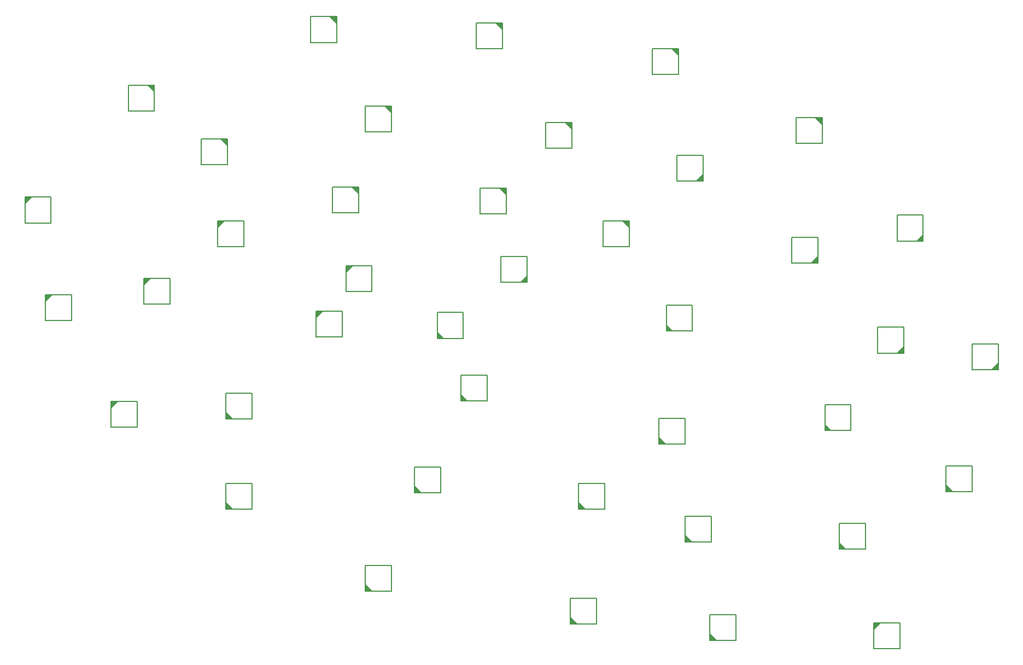
<source format=gbo>
G04 EAGLE Gerber RS-274X export*
G75*
%MOMM*%
%FSLAX34Y34*%
%LPD*%
%INSilkscreen Bottom*%
%IPPOS*%
%AMOC8*
5,1,8,0,0,1.08239X$1,22.5*%
G01*
%ADD10C,0.203200*%

G36*
X557760Y1239753D02*
X557760Y1239753D01*
X557849Y1239755D01*
X557871Y1239764D01*
X557894Y1239767D01*
X557974Y1239806D01*
X558056Y1239840D01*
X558074Y1239856D01*
X558095Y1239866D01*
X558156Y1239931D01*
X558222Y1239991D01*
X558233Y1240012D01*
X558249Y1240029D01*
X558284Y1240111D01*
X558325Y1240191D01*
X558328Y1240217D01*
X558337Y1240236D01*
X558339Y1240286D01*
X558352Y1240376D01*
X558352Y1250376D01*
X558341Y1250441D01*
X558339Y1250507D01*
X558321Y1250550D01*
X558313Y1250597D01*
X558279Y1250654D01*
X558254Y1250714D01*
X558223Y1250749D01*
X558198Y1250790D01*
X558147Y1250832D01*
X558103Y1250880D01*
X558061Y1250902D01*
X558024Y1250931D01*
X557962Y1250952D01*
X557903Y1250983D01*
X557849Y1250991D01*
X557812Y1251003D01*
X557772Y1251002D01*
X557718Y1251010D01*
X547718Y1251010D01*
X547630Y1250994D01*
X547542Y1250985D01*
X547521Y1250975D01*
X547497Y1250971D01*
X547420Y1250925D01*
X547341Y1250886D01*
X547324Y1250869D01*
X547304Y1250856D01*
X547248Y1250787D01*
X547187Y1250723D01*
X547178Y1250701D01*
X547163Y1250682D01*
X547134Y1250598D01*
X547099Y1250516D01*
X547098Y1250492D01*
X547091Y1250470D01*
X547093Y1250381D01*
X547089Y1250292D01*
X547097Y1250269D01*
X547097Y1250245D01*
X547131Y1250163D01*
X547158Y1250078D01*
X547174Y1250057D01*
X547182Y1250038D01*
X547216Y1250000D01*
X547270Y1249928D01*
X557270Y1239928D01*
X557343Y1239877D01*
X557412Y1239821D01*
X557434Y1239813D01*
X557454Y1239799D01*
X557540Y1239777D01*
X557624Y1239749D01*
X557648Y1239749D01*
X557671Y1239744D01*
X557760Y1239753D01*
G37*
G36*
X814300Y1230101D02*
X814300Y1230101D01*
X814389Y1230103D01*
X814411Y1230112D01*
X814434Y1230115D01*
X814514Y1230154D01*
X814596Y1230188D01*
X814614Y1230204D01*
X814635Y1230214D01*
X814696Y1230279D01*
X814762Y1230339D01*
X814773Y1230360D01*
X814789Y1230377D01*
X814824Y1230459D01*
X814865Y1230539D01*
X814868Y1230565D01*
X814877Y1230584D01*
X814879Y1230634D01*
X814892Y1230724D01*
X814892Y1240724D01*
X814881Y1240789D01*
X814879Y1240855D01*
X814861Y1240898D01*
X814853Y1240945D01*
X814819Y1241002D01*
X814794Y1241062D01*
X814763Y1241097D01*
X814738Y1241138D01*
X814687Y1241180D01*
X814643Y1241228D01*
X814601Y1241250D01*
X814564Y1241279D01*
X814502Y1241300D01*
X814443Y1241331D01*
X814389Y1241339D01*
X814352Y1241351D01*
X814312Y1241350D01*
X814258Y1241358D01*
X804258Y1241358D01*
X804170Y1241342D01*
X804082Y1241333D01*
X804061Y1241323D01*
X804037Y1241319D01*
X803960Y1241273D01*
X803881Y1241234D01*
X803864Y1241217D01*
X803844Y1241204D01*
X803788Y1241135D01*
X803727Y1241071D01*
X803718Y1241049D01*
X803703Y1241030D01*
X803674Y1240946D01*
X803639Y1240864D01*
X803638Y1240840D01*
X803631Y1240818D01*
X803633Y1240729D01*
X803629Y1240640D01*
X803637Y1240617D01*
X803637Y1240593D01*
X803671Y1240511D01*
X803698Y1240426D01*
X803714Y1240405D01*
X803722Y1240386D01*
X803756Y1240348D01*
X803810Y1240276D01*
X813810Y1230276D01*
X813883Y1230225D01*
X813952Y1230169D01*
X813974Y1230161D01*
X813994Y1230147D01*
X814080Y1230125D01*
X814164Y1230097D01*
X814188Y1230097D01*
X814211Y1230092D01*
X814300Y1230101D01*
G37*
G36*
X1086842Y1190477D02*
X1086842Y1190477D01*
X1086931Y1190479D01*
X1086953Y1190488D01*
X1086976Y1190491D01*
X1087056Y1190530D01*
X1087138Y1190564D01*
X1087156Y1190580D01*
X1087177Y1190590D01*
X1087238Y1190655D01*
X1087304Y1190715D01*
X1087315Y1190736D01*
X1087331Y1190753D01*
X1087366Y1190835D01*
X1087407Y1190915D01*
X1087410Y1190941D01*
X1087419Y1190960D01*
X1087421Y1191010D01*
X1087434Y1191100D01*
X1087434Y1201100D01*
X1087423Y1201165D01*
X1087421Y1201231D01*
X1087403Y1201274D01*
X1087395Y1201321D01*
X1087361Y1201378D01*
X1087336Y1201438D01*
X1087305Y1201473D01*
X1087280Y1201514D01*
X1087229Y1201556D01*
X1087185Y1201604D01*
X1087143Y1201626D01*
X1087106Y1201655D01*
X1087044Y1201676D01*
X1086985Y1201707D01*
X1086931Y1201715D01*
X1086894Y1201727D01*
X1086854Y1201726D01*
X1086800Y1201734D01*
X1076800Y1201734D01*
X1076712Y1201718D01*
X1076624Y1201709D01*
X1076603Y1201699D01*
X1076579Y1201695D01*
X1076502Y1201649D01*
X1076423Y1201610D01*
X1076406Y1201593D01*
X1076386Y1201580D01*
X1076330Y1201511D01*
X1076269Y1201447D01*
X1076260Y1201425D01*
X1076245Y1201406D01*
X1076216Y1201322D01*
X1076181Y1201240D01*
X1076180Y1201216D01*
X1076173Y1201194D01*
X1076175Y1201105D01*
X1076171Y1201016D01*
X1076179Y1200993D01*
X1076179Y1200969D01*
X1076213Y1200887D01*
X1076240Y1200802D01*
X1076256Y1200781D01*
X1076264Y1200762D01*
X1076298Y1200724D01*
X1076352Y1200652D01*
X1086352Y1190652D01*
X1086425Y1190601D01*
X1086494Y1190545D01*
X1086516Y1190537D01*
X1086536Y1190523D01*
X1086622Y1190501D01*
X1086706Y1190473D01*
X1086730Y1190473D01*
X1086753Y1190468D01*
X1086842Y1190477D01*
G37*
G36*
X275566Y1133581D02*
X275566Y1133581D01*
X275655Y1133583D01*
X275677Y1133592D01*
X275700Y1133595D01*
X275780Y1133634D01*
X275862Y1133668D01*
X275880Y1133684D01*
X275901Y1133694D01*
X275962Y1133759D01*
X276028Y1133819D01*
X276039Y1133840D01*
X276055Y1133857D01*
X276090Y1133939D01*
X276131Y1134019D01*
X276134Y1134045D01*
X276143Y1134064D01*
X276145Y1134114D01*
X276158Y1134204D01*
X276158Y1144204D01*
X276147Y1144269D01*
X276145Y1144335D01*
X276127Y1144378D01*
X276119Y1144425D01*
X276085Y1144482D01*
X276060Y1144542D01*
X276029Y1144577D01*
X276004Y1144618D01*
X275953Y1144660D01*
X275909Y1144708D01*
X275867Y1144730D01*
X275830Y1144759D01*
X275768Y1144780D01*
X275709Y1144811D01*
X275655Y1144819D01*
X275618Y1144831D01*
X275578Y1144830D01*
X275524Y1144838D01*
X265524Y1144838D01*
X265436Y1144822D01*
X265348Y1144813D01*
X265327Y1144803D01*
X265303Y1144799D01*
X265226Y1144753D01*
X265147Y1144714D01*
X265130Y1144697D01*
X265110Y1144684D01*
X265054Y1144615D01*
X264993Y1144551D01*
X264984Y1144529D01*
X264969Y1144510D01*
X264940Y1144426D01*
X264905Y1144344D01*
X264904Y1144320D01*
X264897Y1144298D01*
X264899Y1144209D01*
X264895Y1144120D01*
X264903Y1144097D01*
X264903Y1144073D01*
X264937Y1143991D01*
X264964Y1143906D01*
X264980Y1143885D01*
X264988Y1143866D01*
X265022Y1143828D01*
X265076Y1143756D01*
X275076Y1133756D01*
X275149Y1133705D01*
X275218Y1133649D01*
X275240Y1133641D01*
X275260Y1133627D01*
X275346Y1133605D01*
X275430Y1133577D01*
X275454Y1133577D01*
X275477Y1133572D01*
X275566Y1133581D01*
G37*
G36*
X642342Y1101577D02*
X642342Y1101577D01*
X642431Y1101579D01*
X642453Y1101588D01*
X642476Y1101591D01*
X642556Y1101630D01*
X642638Y1101664D01*
X642656Y1101680D01*
X642677Y1101690D01*
X642738Y1101755D01*
X642804Y1101815D01*
X642815Y1101836D01*
X642831Y1101853D01*
X642866Y1101935D01*
X642907Y1102015D01*
X642910Y1102041D01*
X642919Y1102060D01*
X642921Y1102110D01*
X642934Y1102200D01*
X642934Y1112200D01*
X642923Y1112265D01*
X642921Y1112331D01*
X642903Y1112374D01*
X642895Y1112421D01*
X642861Y1112478D01*
X642836Y1112538D01*
X642805Y1112573D01*
X642780Y1112614D01*
X642729Y1112656D01*
X642685Y1112704D01*
X642643Y1112726D01*
X642606Y1112755D01*
X642544Y1112776D01*
X642485Y1112807D01*
X642431Y1112815D01*
X642394Y1112827D01*
X642354Y1112826D01*
X642300Y1112834D01*
X632300Y1112834D01*
X632212Y1112818D01*
X632124Y1112809D01*
X632103Y1112799D01*
X632079Y1112795D01*
X632002Y1112749D01*
X631923Y1112710D01*
X631906Y1112693D01*
X631886Y1112680D01*
X631830Y1112611D01*
X631769Y1112547D01*
X631760Y1112525D01*
X631745Y1112506D01*
X631716Y1112422D01*
X631681Y1112340D01*
X631680Y1112316D01*
X631673Y1112294D01*
X631675Y1112205D01*
X631671Y1112116D01*
X631679Y1112093D01*
X631679Y1112069D01*
X631713Y1111987D01*
X631740Y1111902D01*
X631756Y1111881D01*
X631764Y1111862D01*
X631798Y1111824D01*
X631852Y1111752D01*
X641852Y1101752D01*
X641925Y1101701D01*
X641994Y1101645D01*
X642016Y1101637D01*
X642036Y1101623D01*
X642122Y1101601D01*
X642206Y1101573D01*
X642230Y1101573D01*
X642253Y1101568D01*
X642342Y1101577D01*
G37*
G36*
X1309600Y1083289D02*
X1309600Y1083289D01*
X1309689Y1083291D01*
X1309711Y1083300D01*
X1309734Y1083303D01*
X1309814Y1083342D01*
X1309896Y1083376D01*
X1309914Y1083392D01*
X1309935Y1083402D01*
X1309996Y1083467D01*
X1310062Y1083527D01*
X1310073Y1083548D01*
X1310089Y1083565D01*
X1310124Y1083647D01*
X1310165Y1083727D01*
X1310168Y1083753D01*
X1310177Y1083772D01*
X1310179Y1083822D01*
X1310192Y1083912D01*
X1310192Y1093912D01*
X1310181Y1093977D01*
X1310179Y1094043D01*
X1310161Y1094086D01*
X1310153Y1094133D01*
X1310119Y1094190D01*
X1310094Y1094250D01*
X1310063Y1094285D01*
X1310038Y1094326D01*
X1309987Y1094368D01*
X1309943Y1094416D01*
X1309901Y1094438D01*
X1309864Y1094467D01*
X1309802Y1094488D01*
X1309743Y1094519D01*
X1309689Y1094527D01*
X1309652Y1094539D01*
X1309612Y1094538D01*
X1309558Y1094546D01*
X1299558Y1094546D01*
X1299470Y1094530D01*
X1299382Y1094521D01*
X1299361Y1094511D01*
X1299337Y1094507D01*
X1299260Y1094461D01*
X1299181Y1094422D01*
X1299164Y1094405D01*
X1299144Y1094392D01*
X1299088Y1094323D01*
X1299027Y1094259D01*
X1299018Y1094237D01*
X1299003Y1094218D01*
X1298974Y1094134D01*
X1298939Y1094052D01*
X1298938Y1094028D01*
X1298931Y1094006D01*
X1298933Y1093917D01*
X1298929Y1093828D01*
X1298937Y1093805D01*
X1298937Y1093781D01*
X1298971Y1093699D01*
X1298998Y1093614D01*
X1299014Y1093593D01*
X1299022Y1093574D01*
X1299056Y1093536D01*
X1299110Y1093464D01*
X1309110Y1083464D01*
X1309183Y1083413D01*
X1309252Y1083357D01*
X1309274Y1083349D01*
X1309294Y1083335D01*
X1309380Y1083313D01*
X1309464Y1083285D01*
X1309488Y1083285D01*
X1309511Y1083280D01*
X1309600Y1083289D01*
G37*
G36*
X921742Y1076177D02*
X921742Y1076177D01*
X921831Y1076179D01*
X921853Y1076188D01*
X921876Y1076191D01*
X921956Y1076230D01*
X922038Y1076264D01*
X922056Y1076280D01*
X922077Y1076290D01*
X922138Y1076355D01*
X922204Y1076415D01*
X922215Y1076436D01*
X922231Y1076453D01*
X922266Y1076535D01*
X922307Y1076615D01*
X922310Y1076641D01*
X922319Y1076660D01*
X922321Y1076710D01*
X922334Y1076800D01*
X922334Y1086800D01*
X922323Y1086865D01*
X922321Y1086931D01*
X922303Y1086974D01*
X922295Y1087021D01*
X922261Y1087078D01*
X922236Y1087138D01*
X922205Y1087173D01*
X922180Y1087214D01*
X922129Y1087256D01*
X922085Y1087304D01*
X922043Y1087326D01*
X922006Y1087355D01*
X921944Y1087376D01*
X921885Y1087407D01*
X921831Y1087415D01*
X921794Y1087427D01*
X921754Y1087426D01*
X921700Y1087434D01*
X911700Y1087434D01*
X911612Y1087418D01*
X911524Y1087409D01*
X911503Y1087399D01*
X911479Y1087395D01*
X911402Y1087349D01*
X911323Y1087310D01*
X911306Y1087293D01*
X911286Y1087280D01*
X911230Y1087211D01*
X911169Y1087147D01*
X911160Y1087125D01*
X911145Y1087106D01*
X911116Y1087022D01*
X911081Y1086940D01*
X911080Y1086916D01*
X911073Y1086894D01*
X911075Y1086805D01*
X911071Y1086716D01*
X911079Y1086693D01*
X911079Y1086669D01*
X911113Y1086587D01*
X911140Y1086502D01*
X911156Y1086481D01*
X911164Y1086462D01*
X911198Y1086424D01*
X911252Y1086352D01*
X921252Y1076352D01*
X921325Y1076301D01*
X921394Y1076245D01*
X921416Y1076237D01*
X921436Y1076223D01*
X921522Y1076201D01*
X921606Y1076173D01*
X921630Y1076173D01*
X921653Y1076168D01*
X921742Y1076177D01*
G37*
G36*
X388342Y1050777D02*
X388342Y1050777D01*
X388431Y1050779D01*
X388453Y1050788D01*
X388476Y1050791D01*
X388556Y1050830D01*
X388638Y1050864D01*
X388656Y1050880D01*
X388677Y1050890D01*
X388738Y1050955D01*
X388804Y1051015D01*
X388815Y1051036D01*
X388831Y1051053D01*
X388866Y1051135D01*
X388907Y1051215D01*
X388910Y1051241D01*
X388919Y1051260D01*
X388921Y1051310D01*
X388934Y1051400D01*
X388934Y1061400D01*
X388923Y1061465D01*
X388921Y1061531D01*
X388903Y1061574D01*
X388895Y1061621D01*
X388861Y1061678D01*
X388836Y1061738D01*
X388805Y1061773D01*
X388780Y1061814D01*
X388729Y1061856D01*
X388685Y1061904D01*
X388643Y1061926D01*
X388606Y1061955D01*
X388544Y1061976D01*
X388485Y1062007D01*
X388431Y1062015D01*
X388394Y1062027D01*
X388354Y1062026D01*
X388300Y1062034D01*
X378300Y1062034D01*
X378212Y1062018D01*
X378124Y1062009D01*
X378103Y1061999D01*
X378079Y1061995D01*
X378002Y1061949D01*
X377923Y1061910D01*
X377906Y1061893D01*
X377886Y1061880D01*
X377830Y1061811D01*
X377769Y1061747D01*
X377760Y1061725D01*
X377745Y1061706D01*
X377716Y1061622D01*
X377681Y1061540D01*
X377680Y1061516D01*
X377673Y1061494D01*
X377675Y1061405D01*
X377671Y1061316D01*
X377679Y1061293D01*
X377679Y1061269D01*
X377713Y1061187D01*
X377740Y1061102D01*
X377756Y1061081D01*
X377764Y1061062D01*
X377798Y1061024D01*
X377852Y1060952D01*
X387852Y1050952D01*
X387925Y1050901D01*
X387994Y1050845D01*
X388016Y1050837D01*
X388036Y1050823D01*
X388122Y1050801D01*
X388206Y1050773D01*
X388230Y1050773D01*
X388253Y1050768D01*
X388342Y1050777D01*
G37*
G36*
X1124965Y995377D02*
X1124965Y995377D01*
X1125031Y995379D01*
X1125074Y995397D01*
X1125121Y995405D01*
X1125178Y995439D01*
X1125238Y995464D01*
X1125273Y995495D01*
X1125314Y995520D01*
X1125356Y995571D01*
X1125404Y995615D01*
X1125426Y995657D01*
X1125455Y995694D01*
X1125476Y995756D01*
X1125507Y995815D01*
X1125515Y995869D01*
X1125527Y995906D01*
X1125526Y995946D01*
X1125534Y996000D01*
X1125534Y1006000D01*
X1125518Y1006088D01*
X1125509Y1006176D01*
X1125499Y1006197D01*
X1125495Y1006221D01*
X1125449Y1006298D01*
X1125410Y1006377D01*
X1125393Y1006394D01*
X1125380Y1006414D01*
X1125311Y1006470D01*
X1125247Y1006531D01*
X1125225Y1006540D01*
X1125206Y1006555D01*
X1125122Y1006584D01*
X1125040Y1006619D01*
X1125016Y1006620D01*
X1124994Y1006627D01*
X1124905Y1006625D01*
X1124816Y1006629D01*
X1124793Y1006621D01*
X1124769Y1006621D01*
X1124687Y1006587D01*
X1124602Y1006560D01*
X1124581Y1006544D01*
X1124562Y1006536D01*
X1124524Y1006502D01*
X1124452Y1006448D01*
X1114452Y996448D01*
X1114401Y996375D01*
X1114345Y996306D01*
X1114337Y996284D01*
X1114323Y996264D01*
X1114301Y996178D01*
X1114273Y996094D01*
X1114273Y996070D01*
X1114268Y996047D01*
X1114277Y995958D01*
X1114279Y995869D01*
X1114288Y995847D01*
X1114291Y995824D01*
X1114330Y995744D01*
X1114364Y995662D01*
X1114380Y995644D01*
X1114390Y995623D01*
X1114455Y995562D01*
X1114515Y995496D01*
X1114536Y995485D01*
X1114553Y995469D01*
X1114635Y995434D01*
X1114715Y995393D01*
X1114741Y995390D01*
X1114760Y995381D01*
X1114810Y995379D01*
X1114900Y995366D01*
X1124900Y995366D01*
X1124965Y995377D01*
G37*
G36*
X591542Y975847D02*
X591542Y975847D01*
X591631Y975849D01*
X591653Y975858D01*
X591676Y975861D01*
X591756Y975900D01*
X591838Y975934D01*
X591856Y975950D01*
X591877Y975960D01*
X591938Y976025D01*
X592004Y976085D01*
X592015Y976106D01*
X592031Y976123D01*
X592066Y976205D01*
X592107Y976285D01*
X592110Y976311D01*
X592119Y976330D01*
X592121Y976380D01*
X592134Y976470D01*
X592134Y986470D01*
X592123Y986535D01*
X592121Y986601D01*
X592103Y986644D01*
X592095Y986691D01*
X592061Y986748D01*
X592036Y986808D01*
X592005Y986843D01*
X591980Y986884D01*
X591929Y986926D01*
X591885Y986974D01*
X591843Y986996D01*
X591806Y987025D01*
X591744Y987046D01*
X591685Y987077D01*
X591631Y987085D01*
X591594Y987097D01*
X591554Y987096D01*
X591500Y987104D01*
X581500Y987104D01*
X581412Y987088D01*
X581324Y987079D01*
X581303Y987069D01*
X581279Y987065D01*
X581202Y987019D01*
X581123Y986980D01*
X581106Y986963D01*
X581086Y986950D01*
X581030Y986881D01*
X580969Y986817D01*
X580960Y986795D01*
X580945Y986776D01*
X580916Y986692D01*
X580881Y986610D01*
X580880Y986586D01*
X580873Y986564D01*
X580875Y986475D01*
X580871Y986386D01*
X580879Y986363D01*
X580879Y986339D01*
X580913Y986257D01*
X580940Y986172D01*
X580956Y986151D01*
X580964Y986132D01*
X580998Y986094D01*
X581052Y986022D01*
X591052Y976022D01*
X591125Y975971D01*
X591194Y975915D01*
X591216Y975907D01*
X591236Y975893D01*
X591322Y975871D01*
X591406Y975843D01*
X591430Y975843D01*
X591453Y975838D01*
X591542Y975847D01*
G37*
G36*
X820142Y974577D02*
X820142Y974577D01*
X820231Y974579D01*
X820253Y974588D01*
X820276Y974591D01*
X820356Y974630D01*
X820438Y974664D01*
X820456Y974680D01*
X820477Y974690D01*
X820538Y974755D01*
X820604Y974815D01*
X820615Y974836D01*
X820631Y974853D01*
X820666Y974935D01*
X820707Y975015D01*
X820710Y975041D01*
X820719Y975060D01*
X820721Y975110D01*
X820734Y975200D01*
X820734Y985200D01*
X820723Y985265D01*
X820721Y985331D01*
X820703Y985374D01*
X820695Y985421D01*
X820661Y985478D01*
X820636Y985538D01*
X820605Y985573D01*
X820580Y985614D01*
X820529Y985656D01*
X820485Y985704D01*
X820443Y985726D01*
X820406Y985755D01*
X820344Y985776D01*
X820285Y985807D01*
X820231Y985815D01*
X820194Y985827D01*
X820154Y985826D01*
X820100Y985834D01*
X810100Y985834D01*
X810012Y985818D01*
X809924Y985809D01*
X809903Y985799D01*
X809879Y985795D01*
X809802Y985749D01*
X809723Y985710D01*
X809706Y985693D01*
X809686Y985680D01*
X809630Y985611D01*
X809569Y985547D01*
X809560Y985525D01*
X809545Y985506D01*
X809516Y985422D01*
X809481Y985340D01*
X809480Y985316D01*
X809473Y985294D01*
X809475Y985205D01*
X809471Y985116D01*
X809479Y985093D01*
X809479Y985069D01*
X809513Y984987D01*
X809540Y984902D01*
X809556Y984881D01*
X809564Y984862D01*
X809598Y984824D01*
X809652Y984752D01*
X819652Y974752D01*
X819725Y974701D01*
X819794Y974645D01*
X819816Y974637D01*
X819836Y974623D01*
X819922Y974601D01*
X820006Y974573D01*
X820030Y974573D01*
X820053Y974568D01*
X820142Y974577D01*
G37*
G36*
X75357Y960355D02*
X75357Y960355D01*
X75381Y960355D01*
X75463Y960389D01*
X75548Y960416D01*
X75569Y960432D01*
X75588Y960440D01*
X75626Y960474D01*
X75698Y960528D01*
X85698Y970528D01*
X85749Y970601D01*
X85805Y970670D01*
X85813Y970692D01*
X85827Y970712D01*
X85849Y970798D01*
X85877Y970882D01*
X85877Y970906D01*
X85883Y970929D01*
X85873Y971018D01*
X85871Y971107D01*
X85862Y971129D01*
X85859Y971152D01*
X85820Y971232D01*
X85786Y971314D01*
X85770Y971332D01*
X85760Y971353D01*
X85695Y971414D01*
X85635Y971480D01*
X85614Y971491D01*
X85597Y971507D01*
X85515Y971542D01*
X85435Y971583D01*
X85409Y971586D01*
X85390Y971595D01*
X85340Y971597D01*
X85250Y971610D01*
X75250Y971610D01*
X75185Y971599D01*
X75119Y971597D01*
X75076Y971579D01*
X75029Y971571D01*
X74972Y971537D01*
X74912Y971512D01*
X74877Y971481D01*
X74836Y971456D01*
X74795Y971405D01*
X74746Y971361D01*
X74724Y971319D01*
X74695Y971282D01*
X74674Y971220D01*
X74643Y971161D01*
X74635Y971107D01*
X74623Y971070D01*
X74624Y971030D01*
X74616Y970976D01*
X74616Y960976D01*
X74632Y960888D01*
X74641Y960800D01*
X74651Y960779D01*
X74655Y960755D01*
X74701Y960678D01*
X74740Y960599D01*
X74757Y960582D01*
X74770Y960562D01*
X74839Y960506D01*
X74903Y960445D01*
X74925Y960436D01*
X74944Y960421D01*
X75028Y960392D01*
X75110Y960357D01*
X75134Y960356D01*
X75156Y960349D01*
X75245Y960351D01*
X75334Y960347D01*
X75357Y960355D01*
G37*
G36*
X373807Y923779D02*
X373807Y923779D01*
X373831Y923779D01*
X373913Y923813D01*
X373998Y923840D01*
X374019Y923856D01*
X374038Y923864D01*
X374076Y923898D01*
X374148Y923952D01*
X384148Y933952D01*
X384199Y934025D01*
X384255Y934094D01*
X384263Y934116D01*
X384277Y934136D01*
X384299Y934222D01*
X384327Y934306D01*
X384327Y934330D01*
X384333Y934353D01*
X384323Y934442D01*
X384321Y934531D01*
X384312Y934553D01*
X384309Y934576D01*
X384270Y934656D01*
X384236Y934738D01*
X384220Y934756D01*
X384210Y934777D01*
X384145Y934838D01*
X384085Y934904D01*
X384064Y934915D01*
X384047Y934931D01*
X383965Y934966D01*
X383885Y935007D01*
X383859Y935010D01*
X383840Y935019D01*
X383790Y935021D01*
X383700Y935034D01*
X373700Y935034D01*
X373635Y935023D01*
X373569Y935021D01*
X373526Y935003D01*
X373479Y934995D01*
X373422Y934961D01*
X373362Y934936D01*
X373327Y934905D01*
X373286Y934880D01*
X373245Y934829D01*
X373196Y934785D01*
X373174Y934743D01*
X373145Y934706D01*
X373124Y934644D01*
X373093Y934585D01*
X373085Y934531D01*
X373073Y934494D01*
X373074Y934454D01*
X373066Y934400D01*
X373066Y924400D01*
X373082Y924312D01*
X373091Y924224D01*
X373101Y924203D01*
X373105Y924179D01*
X373151Y924102D01*
X373190Y924023D01*
X373207Y924006D01*
X373220Y923986D01*
X373289Y923930D01*
X373353Y923869D01*
X373375Y923860D01*
X373394Y923845D01*
X373478Y923816D01*
X373560Y923781D01*
X373584Y923780D01*
X373606Y923773D01*
X373695Y923775D01*
X373784Y923771D01*
X373807Y923779D01*
G37*
G36*
X1010642Y923777D02*
X1010642Y923777D01*
X1010731Y923779D01*
X1010753Y923788D01*
X1010776Y923791D01*
X1010856Y923830D01*
X1010938Y923864D01*
X1010956Y923880D01*
X1010977Y923890D01*
X1011038Y923955D01*
X1011104Y924015D01*
X1011115Y924036D01*
X1011131Y924053D01*
X1011166Y924135D01*
X1011207Y924215D01*
X1011210Y924241D01*
X1011219Y924260D01*
X1011221Y924310D01*
X1011234Y924400D01*
X1011234Y934400D01*
X1011223Y934465D01*
X1011221Y934531D01*
X1011203Y934574D01*
X1011195Y934621D01*
X1011161Y934678D01*
X1011136Y934738D01*
X1011105Y934773D01*
X1011080Y934814D01*
X1011029Y934856D01*
X1010985Y934904D01*
X1010943Y934926D01*
X1010906Y934955D01*
X1010844Y934976D01*
X1010785Y935007D01*
X1010731Y935015D01*
X1010694Y935027D01*
X1010654Y935026D01*
X1010600Y935034D01*
X1000600Y935034D01*
X1000512Y935018D01*
X1000424Y935009D01*
X1000403Y934999D01*
X1000379Y934995D01*
X1000302Y934949D01*
X1000223Y934910D01*
X1000206Y934893D01*
X1000186Y934880D01*
X1000130Y934811D01*
X1000069Y934747D01*
X1000060Y934725D01*
X1000045Y934706D01*
X1000016Y934622D01*
X999981Y934540D01*
X999980Y934516D01*
X999973Y934494D01*
X999975Y934405D01*
X999971Y934316D01*
X999979Y934293D01*
X999979Y934269D01*
X1000013Y934187D01*
X1000040Y934102D01*
X1000056Y934081D01*
X1000064Y934062D01*
X1000098Y934024D01*
X1000152Y933952D01*
X1010152Y923952D01*
X1010225Y923901D01*
X1010294Y923845D01*
X1010316Y923837D01*
X1010336Y923823D01*
X1010422Y923801D01*
X1010506Y923773D01*
X1010530Y923773D01*
X1010553Y923768D01*
X1010642Y923777D01*
G37*
G36*
X1466087Y902413D02*
X1466087Y902413D01*
X1466153Y902415D01*
X1466196Y902433D01*
X1466243Y902441D01*
X1466300Y902475D01*
X1466360Y902500D01*
X1466395Y902531D01*
X1466436Y902556D01*
X1466478Y902607D01*
X1466526Y902651D01*
X1466548Y902693D01*
X1466577Y902730D01*
X1466598Y902792D01*
X1466629Y902851D01*
X1466637Y902905D01*
X1466649Y902942D01*
X1466648Y902982D01*
X1466656Y903036D01*
X1466656Y913036D01*
X1466640Y913124D01*
X1466631Y913212D01*
X1466621Y913233D01*
X1466617Y913257D01*
X1466571Y913334D01*
X1466532Y913413D01*
X1466515Y913430D01*
X1466502Y913450D01*
X1466433Y913506D01*
X1466369Y913567D01*
X1466347Y913576D01*
X1466328Y913591D01*
X1466244Y913620D01*
X1466162Y913655D01*
X1466138Y913656D01*
X1466116Y913663D01*
X1466027Y913661D01*
X1465938Y913665D01*
X1465915Y913657D01*
X1465891Y913657D01*
X1465809Y913623D01*
X1465724Y913596D01*
X1465703Y913580D01*
X1465684Y913572D01*
X1465646Y913538D01*
X1465574Y913484D01*
X1455574Y903484D01*
X1455523Y903411D01*
X1455467Y903342D01*
X1455459Y903320D01*
X1455445Y903300D01*
X1455423Y903214D01*
X1455395Y903130D01*
X1455395Y903106D01*
X1455390Y903083D01*
X1455399Y902994D01*
X1455401Y902905D01*
X1455410Y902883D01*
X1455413Y902860D01*
X1455452Y902780D01*
X1455486Y902698D01*
X1455502Y902680D01*
X1455512Y902659D01*
X1455577Y902598D01*
X1455637Y902532D01*
X1455658Y902521D01*
X1455675Y902505D01*
X1455757Y902470D01*
X1455837Y902429D01*
X1455863Y902426D01*
X1455882Y902417D01*
X1455932Y902415D01*
X1456022Y902402D01*
X1466022Y902402D01*
X1466087Y902413D01*
G37*
G36*
X1302765Y868377D02*
X1302765Y868377D01*
X1302831Y868379D01*
X1302874Y868397D01*
X1302921Y868405D01*
X1302978Y868439D01*
X1303038Y868464D01*
X1303073Y868495D01*
X1303114Y868520D01*
X1303156Y868571D01*
X1303204Y868615D01*
X1303226Y868657D01*
X1303255Y868694D01*
X1303276Y868756D01*
X1303307Y868815D01*
X1303315Y868869D01*
X1303327Y868906D01*
X1303326Y868946D01*
X1303334Y869000D01*
X1303334Y879000D01*
X1303318Y879088D01*
X1303309Y879176D01*
X1303299Y879197D01*
X1303295Y879221D01*
X1303249Y879298D01*
X1303210Y879377D01*
X1303193Y879394D01*
X1303180Y879414D01*
X1303111Y879470D01*
X1303047Y879531D01*
X1303025Y879540D01*
X1303006Y879555D01*
X1302922Y879584D01*
X1302840Y879619D01*
X1302816Y879620D01*
X1302794Y879627D01*
X1302705Y879625D01*
X1302616Y879629D01*
X1302593Y879621D01*
X1302569Y879621D01*
X1302487Y879587D01*
X1302402Y879560D01*
X1302381Y879544D01*
X1302362Y879536D01*
X1302324Y879502D01*
X1302252Y879448D01*
X1292252Y869448D01*
X1292201Y869375D01*
X1292145Y869306D01*
X1292137Y869284D01*
X1292123Y869264D01*
X1292101Y869178D01*
X1292073Y869094D01*
X1292073Y869070D01*
X1292068Y869047D01*
X1292077Y868958D01*
X1292079Y868869D01*
X1292088Y868847D01*
X1292091Y868824D01*
X1292130Y868744D01*
X1292164Y868662D01*
X1292180Y868644D01*
X1292190Y868623D01*
X1292255Y868562D01*
X1292315Y868496D01*
X1292336Y868485D01*
X1292353Y868469D01*
X1292435Y868434D01*
X1292515Y868393D01*
X1292541Y868390D01*
X1292560Y868381D01*
X1292610Y868379D01*
X1292700Y868366D01*
X1302700Y868366D01*
X1302765Y868377D01*
G37*
G36*
X572689Y853929D02*
X572689Y853929D01*
X572713Y853929D01*
X572795Y853963D01*
X572880Y853990D01*
X572901Y854006D01*
X572920Y854014D01*
X572958Y854048D01*
X573030Y854102D01*
X583030Y864102D01*
X583081Y864175D01*
X583137Y864244D01*
X583145Y864266D01*
X583159Y864286D01*
X583181Y864372D01*
X583209Y864456D01*
X583209Y864480D01*
X583215Y864503D01*
X583205Y864592D01*
X583203Y864681D01*
X583194Y864703D01*
X583191Y864726D01*
X583152Y864806D01*
X583118Y864888D01*
X583102Y864906D01*
X583092Y864927D01*
X583027Y864988D01*
X582967Y865054D01*
X582946Y865065D01*
X582929Y865081D01*
X582847Y865116D01*
X582767Y865157D01*
X582741Y865160D01*
X582722Y865169D01*
X582672Y865171D01*
X582582Y865184D01*
X572582Y865184D01*
X572517Y865173D01*
X572451Y865171D01*
X572408Y865153D01*
X572361Y865145D01*
X572304Y865111D01*
X572244Y865086D01*
X572209Y865055D01*
X572168Y865030D01*
X572127Y864979D01*
X572078Y864935D01*
X572056Y864893D01*
X572027Y864856D01*
X572006Y864794D01*
X571975Y864735D01*
X571967Y864681D01*
X571955Y864644D01*
X571956Y864604D01*
X571948Y864550D01*
X571948Y854550D01*
X571964Y854462D01*
X571973Y854374D01*
X571983Y854353D01*
X571987Y854329D01*
X572033Y854252D01*
X572072Y854173D01*
X572089Y854156D01*
X572102Y854136D01*
X572171Y854080D01*
X572235Y854019D01*
X572257Y854010D01*
X572276Y853995D01*
X572360Y853966D01*
X572442Y853931D01*
X572466Y853930D01*
X572488Y853923D01*
X572577Y853925D01*
X572666Y853921D01*
X572689Y853929D01*
G37*
G36*
X852423Y838405D02*
X852423Y838405D01*
X852489Y838407D01*
X852532Y838425D01*
X852579Y838433D01*
X852636Y838467D01*
X852696Y838492D01*
X852731Y838523D01*
X852772Y838548D01*
X852814Y838599D01*
X852862Y838643D01*
X852884Y838685D01*
X852913Y838722D01*
X852934Y838784D01*
X852965Y838843D01*
X852973Y838897D01*
X852985Y838934D01*
X852984Y838974D01*
X852992Y839028D01*
X852992Y849028D01*
X852976Y849116D01*
X852967Y849204D01*
X852957Y849225D01*
X852953Y849249D01*
X852907Y849326D01*
X852868Y849405D01*
X852851Y849422D01*
X852838Y849442D01*
X852769Y849498D01*
X852705Y849559D01*
X852683Y849568D01*
X852664Y849583D01*
X852580Y849612D01*
X852498Y849647D01*
X852474Y849648D01*
X852452Y849655D01*
X852363Y849653D01*
X852274Y849657D01*
X852251Y849649D01*
X852227Y849649D01*
X852145Y849615D01*
X852060Y849588D01*
X852039Y849572D01*
X852020Y849564D01*
X851982Y849530D01*
X851910Y849476D01*
X841910Y839476D01*
X841859Y839403D01*
X841803Y839334D01*
X841795Y839312D01*
X841781Y839292D01*
X841759Y839206D01*
X841731Y839122D01*
X841731Y839098D01*
X841726Y839075D01*
X841735Y838986D01*
X841737Y838897D01*
X841746Y838875D01*
X841749Y838852D01*
X841788Y838772D01*
X841822Y838690D01*
X841838Y838672D01*
X841848Y838651D01*
X841913Y838590D01*
X841973Y838524D01*
X841994Y838513D01*
X842011Y838497D01*
X842093Y838462D01*
X842173Y838421D01*
X842199Y838418D01*
X842218Y838409D01*
X842268Y838407D01*
X842358Y838394D01*
X852358Y838394D01*
X852423Y838405D01*
G37*
G36*
X259507Y834879D02*
X259507Y834879D01*
X259531Y834879D01*
X259613Y834913D01*
X259698Y834940D01*
X259719Y834956D01*
X259738Y834964D01*
X259776Y834998D01*
X259848Y835052D01*
X269848Y845052D01*
X269899Y845125D01*
X269955Y845194D01*
X269963Y845216D01*
X269977Y845236D01*
X269999Y845322D01*
X270027Y845406D01*
X270027Y845430D01*
X270033Y845453D01*
X270023Y845542D01*
X270021Y845631D01*
X270012Y845653D01*
X270009Y845676D01*
X269970Y845756D01*
X269936Y845838D01*
X269920Y845856D01*
X269910Y845877D01*
X269845Y845938D01*
X269785Y846004D01*
X269764Y846015D01*
X269747Y846031D01*
X269665Y846066D01*
X269585Y846107D01*
X269559Y846110D01*
X269540Y846119D01*
X269490Y846121D01*
X269400Y846134D01*
X259400Y846134D01*
X259335Y846123D01*
X259269Y846121D01*
X259226Y846103D01*
X259179Y846095D01*
X259122Y846061D01*
X259062Y846036D01*
X259027Y846005D01*
X258986Y845980D01*
X258945Y845929D01*
X258896Y845885D01*
X258874Y845843D01*
X258845Y845806D01*
X258824Y845744D01*
X258793Y845685D01*
X258785Y845631D01*
X258773Y845594D01*
X258774Y845554D01*
X258766Y845500D01*
X258766Y835500D01*
X258782Y835412D01*
X258791Y835324D01*
X258801Y835303D01*
X258805Y835279D01*
X258851Y835202D01*
X258890Y835123D01*
X258907Y835106D01*
X258920Y835086D01*
X258989Y835030D01*
X259053Y834969D01*
X259075Y834960D01*
X259094Y834945D01*
X259178Y834916D01*
X259260Y834881D01*
X259284Y834880D01*
X259306Y834873D01*
X259395Y834875D01*
X259484Y834871D01*
X259507Y834879D01*
G37*
G36*
X107107Y809479D02*
X107107Y809479D01*
X107131Y809479D01*
X107213Y809513D01*
X107298Y809540D01*
X107319Y809556D01*
X107338Y809564D01*
X107376Y809598D01*
X107448Y809652D01*
X117448Y819652D01*
X117499Y819725D01*
X117555Y819794D01*
X117563Y819816D01*
X117577Y819836D01*
X117599Y819922D01*
X117627Y820006D01*
X117627Y820030D01*
X117633Y820053D01*
X117623Y820142D01*
X117621Y820231D01*
X117612Y820253D01*
X117609Y820276D01*
X117570Y820356D01*
X117536Y820438D01*
X117520Y820456D01*
X117510Y820477D01*
X117445Y820538D01*
X117385Y820604D01*
X117364Y820615D01*
X117347Y820631D01*
X117265Y820666D01*
X117185Y820707D01*
X117159Y820710D01*
X117140Y820719D01*
X117090Y820721D01*
X117000Y820734D01*
X107000Y820734D01*
X106935Y820723D01*
X106869Y820721D01*
X106826Y820703D01*
X106779Y820695D01*
X106722Y820661D01*
X106662Y820636D01*
X106627Y820605D01*
X106586Y820580D01*
X106545Y820529D01*
X106496Y820485D01*
X106474Y820443D01*
X106445Y820406D01*
X106424Y820344D01*
X106393Y820285D01*
X106385Y820231D01*
X106373Y820194D01*
X106374Y820154D01*
X106366Y820100D01*
X106366Y810100D01*
X106382Y810012D01*
X106391Y809924D01*
X106401Y809903D01*
X106405Y809879D01*
X106451Y809802D01*
X106490Y809723D01*
X106507Y809706D01*
X106520Y809686D01*
X106589Y809630D01*
X106653Y809569D01*
X106675Y809560D01*
X106694Y809545D01*
X106778Y809516D01*
X106860Y809481D01*
X106884Y809480D01*
X106906Y809473D01*
X106995Y809475D01*
X107084Y809471D01*
X107107Y809479D01*
G37*
G36*
X526207Y784079D02*
X526207Y784079D01*
X526231Y784079D01*
X526313Y784113D01*
X526398Y784140D01*
X526419Y784156D01*
X526438Y784164D01*
X526476Y784198D01*
X526548Y784252D01*
X536548Y794252D01*
X536599Y794325D01*
X536655Y794394D01*
X536663Y794416D01*
X536677Y794436D01*
X536699Y794522D01*
X536727Y794606D01*
X536727Y794630D01*
X536733Y794653D01*
X536723Y794742D01*
X536721Y794831D01*
X536712Y794853D01*
X536709Y794876D01*
X536670Y794956D01*
X536636Y795038D01*
X536620Y795056D01*
X536610Y795077D01*
X536545Y795138D01*
X536485Y795204D01*
X536464Y795215D01*
X536447Y795231D01*
X536365Y795266D01*
X536285Y795307D01*
X536259Y795310D01*
X536240Y795319D01*
X536190Y795321D01*
X536100Y795334D01*
X526100Y795334D01*
X526035Y795323D01*
X525969Y795321D01*
X525926Y795303D01*
X525879Y795295D01*
X525822Y795261D01*
X525762Y795236D01*
X525727Y795205D01*
X525686Y795180D01*
X525645Y795129D01*
X525596Y795085D01*
X525574Y795043D01*
X525545Y795006D01*
X525524Y794944D01*
X525493Y794885D01*
X525485Y794831D01*
X525473Y794794D01*
X525474Y794754D01*
X525466Y794700D01*
X525466Y784700D01*
X525482Y784612D01*
X525491Y784524D01*
X525501Y784503D01*
X525505Y784479D01*
X525551Y784402D01*
X525590Y784323D01*
X525607Y784306D01*
X525620Y784286D01*
X525689Y784230D01*
X525753Y784169D01*
X525775Y784160D01*
X525794Y784145D01*
X525878Y784116D01*
X525960Y784081D01*
X525984Y784080D01*
X526006Y784073D01*
X526095Y784075D01*
X526184Y784071D01*
X526207Y784079D01*
G37*
G36*
X1078478Y762972D02*
X1078478Y762972D01*
X1078566Y762981D01*
X1078587Y762991D01*
X1078611Y762995D01*
X1078688Y763041D01*
X1078767Y763080D01*
X1078784Y763097D01*
X1078804Y763110D01*
X1078860Y763179D01*
X1078921Y763243D01*
X1078930Y763265D01*
X1078945Y763284D01*
X1078974Y763368D01*
X1079009Y763450D01*
X1079010Y763474D01*
X1079017Y763496D01*
X1079015Y763585D01*
X1079019Y763674D01*
X1079011Y763697D01*
X1079011Y763721D01*
X1078977Y763803D01*
X1078950Y763888D01*
X1078934Y763909D01*
X1078926Y763928D01*
X1078892Y763966D01*
X1078838Y764038D01*
X1068838Y774038D01*
X1068765Y774089D01*
X1068696Y774145D01*
X1068674Y774153D01*
X1068654Y774167D01*
X1068568Y774189D01*
X1068484Y774217D01*
X1068460Y774217D01*
X1068437Y774223D01*
X1068348Y774213D01*
X1068259Y774211D01*
X1068237Y774202D01*
X1068214Y774199D01*
X1068134Y774160D01*
X1068052Y774126D01*
X1068034Y774110D01*
X1068013Y774100D01*
X1067952Y774035D01*
X1067886Y773975D01*
X1067875Y773954D01*
X1067859Y773937D01*
X1067824Y773855D01*
X1067783Y773775D01*
X1067780Y773749D01*
X1067771Y773730D01*
X1067769Y773680D01*
X1067756Y773590D01*
X1067756Y763590D01*
X1067767Y763525D01*
X1067769Y763459D01*
X1067787Y763416D01*
X1067795Y763369D01*
X1067829Y763312D01*
X1067854Y763252D01*
X1067885Y763217D01*
X1067910Y763176D01*
X1067961Y763135D01*
X1068005Y763086D01*
X1068047Y763064D01*
X1068084Y763035D01*
X1068146Y763014D01*
X1068205Y762983D01*
X1068259Y762975D01*
X1068296Y762963D01*
X1068336Y762964D01*
X1068390Y762956D01*
X1078390Y762956D01*
X1078478Y762972D01*
G37*
G36*
X723894Y751796D02*
X723894Y751796D01*
X723982Y751805D01*
X724003Y751815D01*
X724027Y751819D01*
X724104Y751865D01*
X724183Y751904D01*
X724200Y751921D01*
X724220Y751934D01*
X724276Y752003D01*
X724337Y752067D01*
X724346Y752089D01*
X724361Y752108D01*
X724390Y752192D01*
X724425Y752274D01*
X724426Y752298D01*
X724433Y752320D01*
X724431Y752409D01*
X724435Y752498D01*
X724427Y752521D01*
X724427Y752545D01*
X724393Y752627D01*
X724366Y752712D01*
X724350Y752733D01*
X724342Y752752D01*
X724308Y752790D01*
X724254Y752862D01*
X714254Y762862D01*
X714181Y762913D01*
X714112Y762969D01*
X714090Y762977D01*
X714070Y762991D01*
X713984Y763013D01*
X713900Y763041D01*
X713876Y763041D01*
X713853Y763047D01*
X713764Y763037D01*
X713675Y763035D01*
X713653Y763026D01*
X713630Y763023D01*
X713550Y762984D01*
X713468Y762950D01*
X713450Y762934D01*
X713429Y762924D01*
X713368Y762859D01*
X713302Y762799D01*
X713291Y762778D01*
X713275Y762761D01*
X713240Y762679D01*
X713199Y762599D01*
X713196Y762573D01*
X713187Y762554D01*
X713185Y762504D01*
X713172Y762414D01*
X713172Y752414D01*
X713183Y752349D01*
X713185Y752283D01*
X713203Y752240D01*
X713211Y752193D01*
X713245Y752136D01*
X713270Y752076D01*
X713301Y752041D01*
X713326Y752000D01*
X713377Y751959D01*
X713421Y751910D01*
X713463Y751888D01*
X713500Y751859D01*
X713562Y751838D01*
X713621Y751807D01*
X713675Y751799D01*
X713712Y751787D01*
X713752Y751788D01*
X713806Y751780D01*
X723806Y751780D01*
X723894Y751796D01*
G37*
G36*
X1435861Y728931D02*
X1435861Y728931D01*
X1435927Y728933D01*
X1435970Y728951D01*
X1436017Y728959D01*
X1436074Y728993D01*
X1436134Y729018D01*
X1436169Y729049D01*
X1436210Y729074D01*
X1436252Y729125D01*
X1436300Y729169D01*
X1436322Y729211D01*
X1436351Y729248D01*
X1436372Y729310D01*
X1436403Y729369D01*
X1436411Y729423D01*
X1436423Y729460D01*
X1436422Y729500D01*
X1436430Y729554D01*
X1436430Y739554D01*
X1436414Y739642D01*
X1436405Y739730D01*
X1436395Y739751D01*
X1436391Y739775D01*
X1436345Y739852D01*
X1436306Y739931D01*
X1436289Y739948D01*
X1436276Y739968D01*
X1436207Y740024D01*
X1436143Y740085D01*
X1436121Y740094D01*
X1436102Y740109D01*
X1436018Y740138D01*
X1435936Y740173D01*
X1435912Y740174D01*
X1435890Y740181D01*
X1435801Y740179D01*
X1435712Y740183D01*
X1435689Y740175D01*
X1435665Y740175D01*
X1435583Y740141D01*
X1435498Y740114D01*
X1435477Y740098D01*
X1435458Y740090D01*
X1435420Y740056D01*
X1435348Y740002D01*
X1425348Y730002D01*
X1425297Y729929D01*
X1425241Y729860D01*
X1425233Y729838D01*
X1425219Y729818D01*
X1425197Y729732D01*
X1425169Y729648D01*
X1425169Y729624D01*
X1425164Y729601D01*
X1425173Y729512D01*
X1425175Y729423D01*
X1425184Y729401D01*
X1425187Y729378D01*
X1425226Y729298D01*
X1425260Y729216D01*
X1425276Y729198D01*
X1425286Y729177D01*
X1425351Y729116D01*
X1425411Y729050D01*
X1425432Y729039D01*
X1425449Y729023D01*
X1425531Y728988D01*
X1425611Y728947D01*
X1425637Y728944D01*
X1425656Y728935D01*
X1425706Y728933D01*
X1425796Y728920D01*
X1435796Y728920D01*
X1435861Y728931D01*
G37*
G36*
X1582165Y703277D02*
X1582165Y703277D01*
X1582231Y703279D01*
X1582274Y703297D01*
X1582321Y703305D01*
X1582378Y703339D01*
X1582438Y703364D01*
X1582473Y703395D01*
X1582514Y703420D01*
X1582556Y703471D01*
X1582604Y703515D01*
X1582626Y703557D01*
X1582655Y703594D01*
X1582676Y703656D01*
X1582707Y703715D01*
X1582715Y703769D01*
X1582727Y703806D01*
X1582726Y703846D01*
X1582734Y703900D01*
X1582734Y713900D01*
X1582718Y713988D01*
X1582709Y714076D01*
X1582699Y714097D01*
X1582695Y714121D01*
X1582649Y714198D01*
X1582610Y714277D01*
X1582593Y714294D01*
X1582580Y714314D01*
X1582511Y714370D01*
X1582447Y714431D01*
X1582425Y714440D01*
X1582406Y714455D01*
X1582322Y714484D01*
X1582240Y714519D01*
X1582216Y714520D01*
X1582194Y714527D01*
X1582105Y714525D01*
X1582016Y714529D01*
X1581993Y714521D01*
X1581969Y714521D01*
X1581887Y714487D01*
X1581802Y714460D01*
X1581781Y714444D01*
X1581762Y714436D01*
X1581724Y714402D01*
X1581652Y714348D01*
X1571652Y704348D01*
X1571601Y704275D01*
X1571545Y704206D01*
X1571537Y704184D01*
X1571523Y704164D01*
X1571501Y704078D01*
X1571473Y703994D01*
X1571473Y703970D01*
X1571468Y703947D01*
X1571477Y703858D01*
X1571479Y703769D01*
X1571488Y703747D01*
X1571491Y703724D01*
X1571530Y703644D01*
X1571564Y703562D01*
X1571580Y703544D01*
X1571590Y703523D01*
X1571655Y703462D01*
X1571715Y703396D01*
X1571736Y703385D01*
X1571753Y703369D01*
X1571835Y703334D01*
X1571915Y703293D01*
X1571941Y703290D01*
X1571960Y703281D01*
X1572010Y703279D01*
X1572100Y703266D01*
X1582100Y703266D01*
X1582165Y703277D01*
G37*
G36*
X760724Y654514D02*
X760724Y654514D01*
X760812Y654523D01*
X760833Y654533D01*
X760857Y654537D01*
X760934Y654583D01*
X761013Y654622D01*
X761030Y654639D01*
X761050Y654652D01*
X761106Y654721D01*
X761167Y654785D01*
X761176Y654807D01*
X761191Y654826D01*
X761220Y654910D01*
X761255Y654992D01*
X761256Y655016D01*
X761263Y655038D01*
X761261Y655127D01*
X761265Y655216D01*
X761257Y655239D01*
X761257Y655263D01*
X761223Y655345D01*
X761196Y655430D01*
X761180Y655451D01*
X761172Y655470D01*
X761138Y655508D01*
X761084Y655580D01*
X751084Y665580D01*
X751011Y665631D01*
X750942Y665687D01*
X750920Y665695D01*
X750900Y665709D01*
X750814Y665731D01*
X750730Y665759D01*
X750706Y665759D01*
X750683Y665765D01*
X750594Y665755D01*
X750505Y665753D01*
X750483Y665744D01*
X750460Y665741D01*
X750380Y665702D01*
X750298Y665668D01*
X750280Y665652D01*
X750259Y665642D01*
X750198Y665577D01*
X750132Y665517D01*
X750121Y665496D01*
X750105Y665479D01*
X750070Y665397D01*
X750029Y665317D01*
X750026Y665291D01*
X750017Y665272D01*
X750015Y665222D01*
X750002Y665132D01*
X750002Y655132D01*
X750013Y655067D01*
X750015Y655001D01*
X750033Y654958D01*
X750041Y654911D01*
X750075Y654854D01*
X750100Y654794D01*
X750131Y654759D01*
X750156Y654718D01*
X750207Y654677D01*
X750251Y654628D01*
X750293Y654606D01*
X750330Y654577D01*
X750392Y654556D01*
X750451Y654525D01*
X750505Y654517D01*
X750542Y654505D01*
X750582Y654506D01*
X750636Y654498D01*
X760636Y654498D01*
X760724Y654514D01*
G37*
G36*
X208707Y644379D02*
X208707Y644379D01*
X208731Y644379D01*
X208813Y644413D01*
X208898Y644440D01*
X208919Y644456D01*
X208938Y644464D01*
X208976Y644498D01*
X209048Y644552D01*
X219048Y654552D01*
X219099Y654625D01*
X219155Y654694D01*
X219163Y654716D01*
X219177Y654736D01*
X219199Y654822D01*
X219227Y654906D01*
X219227Y654930D01*
X219233Y654953D01*
X219223Y655042D01*
X219221Y655131D01*
X219212Y655153D01*
X219209Y655176D01*
X219170Y655256D01*
X219136Y655338D01*
X219120Y655356D01*
X219110Y655377D01*
X219045Y655438D01*
X218985Y655504D01*
X218964Y655515D01*
X218947Y655531D01*
X218865Y655566D01*
X218785Y655607D01*
X218759Y655610D01*
X218740Y655619D01*
X218690Y655621D01*
X218600Y655634D01*
X208600Y655634D01*
X208535Y655623D01*
X208469Y655621D01*
X208426Y655603D01*
X208379Y655595D01*
X208322Y655561D01*
X208262Y655536D01*
X208227Y655505D01*
X208186Y655480D01*
X208145Y655429D01*
X208096Y655385D01*
X208074Y655343D01*
X208045Y655306D01*
X208024Y655244D01*
X207993Y655185D01*
X207985Y655131D01*
X207973Y655094D01*
X207974Y655054D01*
X207966Y655000D01*
X207966Y645000D01*
X207982Y644912D01*
X207991Y644824D01*
X208001Y644803D01*
X208005Y644779D01*
X208051Y644702D01*
X208090Y644623D01*
X208107Y644606D01*
X208120Y644586D01*
X208189Y644530D01*
X208253Y644469D01*
X208275Y644460D01*
X208294Y644445D01*
X208378Y644416D01*
X208460Y644381D01*
X208484Y644380D01*
X208506Y644373D01*
X208595Y644375D01*
X208684Y644371D01*
X208707Y644379D01*
G37*
G36*
X396488Y627082D02*
X396488Y627082D01*
X396576Y627091D01*
X396597Y627101D01*
X396621Y627105D01*
X396698Y627151D01*
X396777Y627190D01*
X396794Y627207D01*
X396814Y627220D01*
X396870Y627289D01*
X396931Y627353D01*
X396940Y627375D01*
X396955Y627394D01*
X396984Y627478D01*
X397019Y627560D01*
X397020Y627584D01*
X397027Y627606D01*
X397025Y627695D01*
X397029Y627784D01*
X397021Y627807D01*
X397021Y627831D01*
X396987Y627913D01*
X396960Y627998D01*
X396944Y628019D01*
X396936Y628038D01*
X396902Y628076D01*
X396848Y628148D01*
X386848Y638148D01*
X386775Y638199D01*
X386706Y638255D01*
X386684Y638263D01*
X386664Y638277D01*
X386578Y638299D01*
X386494Y638327D01*
X386470Y638327D01*
X386447Y638333D01*
X386358Y638323D01*
X386269Y638321D01*
X386247Y638312D01*
X386224Y638309D01*
X386144Y638270D01*
X386062Y638236D01*
X386044Y638220D01*
X386023Y638210D01*
X385962Y638145D01*
X385896Y638085D01*
X385885Y638064D01*
X385869Y638047D01*
X385834Y637965D01*
X385793Y637885D01*
X385790Y637859D01*
X385781Y637840D01*
X385779Y637790D01*
X385766Y637700D01*
X385766Y627700D01*
X385777Y627635D01*
X385779Y627569D01*
X385797Y627526D01*
X385805Y627479D01*
X385839Y627422D01*
X385864Y627362D01*
X385895Y627327D01*
X385920Y627286D01*
X385971Y627245D01*
X386015Y627196D01*
X386057Y627174D01*
X386094Y627145D01*
X386156Y627124D01*
X386215Y627093D01*
X386269Y627085D01*
X386306Y627073D01*
X386346Y627074D01*
X386400Y627066D01*
X396400Y627066D01*
X396488Y627082D01*
G37*
G36*
X1323842Y608794D02*
X1323842Y608794D01*
X1323930Y608803D01*
X1323951Y608813D01*
X1323975Y608817D01*
X1324052Y608863D01*
X1324131Y608902D01*
X1324148Y608919D01*
X1324168Y608932D01*
X1324224Y609001D01*
X1324285Y609065D01*
X1324294Y609087D01*
X1324309Y609106D01*
X1324338Y609190D01*
X1324373Y609272D01*
X1324374Y609296D01*
X1324381Y609318D01*
X1324379Y609407D01*
X1324383Y609496D01*
X1324375Y609519D01*
X1324375Y609543D01*
X1324341Y609625D01*
X1324314Y609710D01*
X1324298Y609731D01*
X1324290Y609750D01*
X1324256Y609788D01*
X1324202Y609860D01*
X1314202Y619860D01*
X1314129Y619911D01*
X1314060Y619967D01*
X1314038Y619975D01*
X1314018Y619989D01*
X1313932Y620011D01*
X1313848Y620039D01*
X1313824Y620039D01*
X1313801Y620045D01*
X1313712Y620035D01*
X1313623Y620033D01*
X1313601Y620024D01*
X1313578Y620021D01*
X1313498Y619982D01*
X1313416Y619948D01*
X1313398Y619932D01*
X1313377Y619922D01*
X1313316Y619857D01*
X1313250Y619797D01*
X1313239Y619776D01*
X1313223Y619759D01*
X1313188Y619677D01*
X1313147Y619597D01*
X1313144Y619571D01*
X1313135Y619552D01*
X1313133Y619502D01*
X1313120Y619412D01*
X1313120Y609412D01*
X1313131Y609347D01*
X1313133Y609281D01*
X1313151Y609238D01*
X1313159Y609191D01*
X1313193Y609134D01*
X1313218Y609074D01*
X1313249Y609039D01*
X1313274Y608998D01*
X1313325Y608957D01*
X1313369Y608908D01*
X1313411Y608886D01*
X1313448Y608857D01*
X1313510Y608836D01*
X1313569Y608805D01*
X1313623Y608797D01*
X1313660Y608785D01*
X1313700Y608786D01*
X1313754Y608778D01*
X1323754Y608778D01*
X1323842Y608794D01*
G37*
G36*
X1067048Y588220D02*
X1067048Y588220D01*
X1067136Y588229D01*
X1067157Y588239D01*
X1067181Y588243D01*
X1067258Y588289D01*
X1067337Y588328D01*
X1067354Y588345D01*
X1067374Y588358D01*
X1067430Y588427D01*
X1067491Y588491D01*
X1067500Y588513D01*
X1067515Y588532D01*
X1067544Y588616D01*
X1067579Y588698D01*
X1067580Y588722D01*
X1067587Y588744D01*
X1067585Y588833D01*
X1067589Y588922D01*
X1067581Y588945D01*
X1067581Y588969D01*
X1067547Y589051D01*
X1067520Y589136D01*
X1067504Y589157D01*
X1067496Y589176D01*
X1067462Y589214D01*
X1067408Y589286D01*
X1057408Y599286D01*
X1057335Y599337D01*
X1057266Y599393D01*
X1057244Y599401D01*
X1057224Y599415D01*
X1057138Y599437D01*
X1057054Y599465D01*
X1057030Y599465D01*
X1057007Y599471D01*
X1056918Y599461D01*
X1056829Y599459D01*
X1056807Y599450D01*
X1056784Y599447D01*
X1056704Y599408D01*
X1056622Y599374D01*
X1056604Y599358D01*
X1056583Y599348D01*
X1056522Y599283D01*
X1056456Y599223D01*
X1056445Y599202D01*
X1056429Y599185D01*
X1056394Y599103D01*
X1056353Y599023D01*
X1056350Y598997D01*
X1056341Y598978D01*
X1056339Y598928D01*
X1056326Y598838D01*
X1056326Y588838D01*
X1056337Y588773D01*
X1056339Y588707D01*
X1056357Y588664D01*
X1056365Y588617D01*
X1056399Y588560D01*
X1056424Y588500D01*
X1056455Y588465D01*
X1056480Y588424D01*
X1056531Y588383D01*
X1056575Y588334D01*
X1056617Y588312D01*
X1056654Y588283D01*
X1056716Y588262D01*
X1056775Y588231D01*
X1056829Y588223D01*
X1056866Y588211D01*
X1056906Y588212D01*
X1056960Y588204D01*
X1066960Y588204D01*
X1067048Y588220D01*
G37*
G36*
X1511548Y514560D02*
X1511548Y514560D01*
X1511636Y514569D01*
X1511657Y514579D01*
X1511681Y514583D01*
X1511758Y514629D01*
X1511837Y514668D01*
X1511854Y514685D01*
X1511874Y514698D01*
X1511930Y514767D01*
X1511991Y514831D01*
X1512000Y514853D01*
X1512015Y514872D01*
X1512044Y514956D01*
X1512079Y515038D01*
X1512080Y515062D01*
X1512087Y515084D01*
X1512085Y515173D01*
X1512089Y515262D01*
X1512081Y515285D01*
X1512081Y515309D01*
X1512047Y515391D01*
X1512020Y515476D01*
X1512004Y515497D01*
X1511996Y515516D01*
X1511962Y515554D01*
X1511908Y515626D01*
X1501908Y525626D01*
X1501835Y525677D01*
X1501766Y525733D01*
X1501744Y525741D01*
X1501724Y525755D01*
X1501638Y525777D01*
X1501554Y525805D01*
X1501530Y525805D01*
X1501507Y525811D01*
X1501418Y525801D01*
X1501329Y525799D01*
X1501307Y525790D01*
X1501284Y525787D01*
X1501204Y525748D01*
X1501122Y525714D01*
X1501104Y525698D01*
X1501083Y525688D01*
X1501022Y525623D01*
X1500956Y525563D01*
X1500945Y525542D01*
X1500929Y525525D01*
X1500894Y525443D01*
X1500853Y525363D01*
X1500850Y525337D01*
X1500841Y525318D01*
X1500839Y525268D01*
X1500826Y525178D01*
X1500826Y515178D01*
X1500837Y515113D01*
X1500839Y515047D01*
X1500857Y515004D01*
X1500865Y514957D01*
X1500899Y514900D01*
X1500924Y514840D01*
X1500955Y514805D01*
X1500980Y514764D01*
X1501031Y514723D01*
X1501075Y514674D01*
X1501117Y514652D01*
X1501154Y514623D01*
X1501216Y514602D01*
X1501275Y514571D01*
X1501329Y514563D01*
X1501366Y514551D01*
X1501406Y514552D01*
X1501460Y514544D01*
X1511460Y514544D01*
X1511548Y514560D01*
G37*
G36*
X688588Y512782D02*
X688588Y512782D01*
X688676Y512791D01*
X688697Y512801D01*
X688721Y512805D01*
X688798Y512851D01*
X688877Y512890D01*
X688894Y512907D01*
X688914Y512920D01*
X688970Y512989D01*
X689031Y513053D01*
X689040Y513075D01*
X689055Y513094D01*
X689084Y513178D01*
X689119Y513260D01*
X689120Y513284D01*
X689127Y513306D01*
X689125Y513395D01*
X689129Y513484D01*
X689121Y513507D01*
X689121Y513531D01*
X689087Y513613D01*
X689060Y513698D01*
X689044Y513719D01*
X689036Y513738D01*
X689002Y513776D01*
X688948Y513848D01*
X678948Y523848D01*
X678875Y523899D01*
X678806Y523955D01*
X678784Y523963D01*
X678764Y523977D01*
X678678Y523999D01*
X678594Y524027D01*
X678570Y524027D01*
X678547Y524033D01*
X678458Y524023D01*
X678369Y524021D01*
X678347Y524012D01*
X678324Y524009D01*
X678244Y523970D01*
X678162Y523936D01*
X678144Y523920D01*
X678123Y523910D01*
X678062Y523845D01*
X677996Y523785D01*
X677985Y523764D01*
X677969Y523747D01*
X677934Y523665D01*
X677893Y523585D01*
X677890Y523559D01*
X677881Y523540D01*
X677879Y523490D01*
X677866Y523400D01*
X677866Y513400D01*
X677877Y513335D01*
X677879Y513269D01*
X677897Y513226D01*
X677905Y513179D01*
X677939Y513122D01*
X677964Y513062D01*
X677995Y513027D01*
X678020Y512986D01*
X678071Y512945D01*
X678115Y512896D01*
X678157Y512874D01*
X678194Y512845D01*
X678256Y512824D01*
X678315Y512793D01*
X678369Y512785D01*
X678406Y512773D01*
X678446Y512774D01*
X678500Y512766D01*
X688500Y512766D01*
X688588Y512782D01*
G37*
G36*
X396488Y487382D02*
X396488Y487382D01*
X396576Y487391D01*
X396597Y487401D01*
X396621Y487405D01*
X396698Y487451D01*
X396777Y487490D01*
X396794Y487507D01*
X396814Y487520D01*
X396870Y487589D01*
X396931Y487653D01*
X396940Y487675D01*
X396955Y487694D01*
X396984Y487778D01*
X397019Y487860D01*
X397020Y487884D01*
X397027Y487906D01*
X397025Y487995D01*
X397029Y488084D01*
X397021Y488107D01*
X397021Y488131D01*
X396987Y488213D01*
X396960Y488298D01*
X396944Y488319D01*
X396936Y488338D01*
X396902Y488376D01*
X396848Y488448D01*
X386848Y498448D01*
X386775Y498499D01*
X386706Y498555D01*
X386684Y498563D01*
X386664Y498577D01*
X386578Y498599D01*
X386494Y498627D01*
X386470Y498627D01*
X386447Y498633D01*
X386358Y498623D01*
X386269Y498621D01*
X386247Y498612D01*
X386224Y498609D01*
X386144Y498570D01*
X386062Y498536D01*
X386044Y498520D01*
X386023Y498510D01*
X385962Y498445D01*
X385896Y498385D01*
X385885Y498364D01*
X385869Y498347D01*
X385834Y498265D01*
X385793Y498185D01*
X385790Y498159D01*
X385781Y498140D01*
X385779Y498090D01*
X385766Y498000D01*
X385766Y488000D01*
X385777Y487935D01*
X385779Y487869D01*
X385797Y487826D01*
X385805Y487779D01*
X385839Y487722D01*
X385864Y487662D01*
X385895Y487627D01*
X385920Y487586D01*
X385971Y487545D01*
X386015Y487496D01*
X386057Y487474D01*
X386094Y487445D01*
X386156Y487424D01*
X386215Y487393D01*
X386269Y487385D01*
X386306Y487373D01*
X386346Y487374D01*
X386400Y487366D01*
X396400Y487366D01*
X396488Y487382D01*
G37*
G36*
X942588Y487382D02*
X942588Y487382D01*
X942676Y487391D01*
X942697Y487401D01*
X942721Y487405D01*
X942798Y487451D01*
X942877Y487490D01*
X942894Y487507D01*
X942914Y487520D01*
X942970Y487589D01*
X943031Y487653D01*
X943040Y487675D01*
X943055Y487694D01*
X943084Y487778D01*
X943119Y487860D01*
X943120Y487884D01*
X943127Y487906D01*
X943125Y487995D01*
X943129Y488084D01*
X943121Y488107D01*
X943121Y488131D01*
X943087Y488213D01*
X943060Y488298D01*
X943044Y488319D01*
X943036Y488338D01*
X943002Y488376D01*
X942948Y488448D01*
X932948Y498448D01*
X932875Y498499D01*
X932806Y498555D01*
X932784Y498563D01*
X932764Y498577D01*
X932678Y498599D01*
X932594Y498627D01*
X932570Y498627D01*
X932547Y498633D01*
X932458Y498623D01*
X932369Y498621D01*
X932347Y498612D01*
X932324Y498609D01*
X932244Y498570D01*
X932162Y498536D01*
X932144Y498520D01*
X932123Y498510D01*
X932062Y498445D01*
X931996Y498385D01*
X931985Y498364D01*
X931969Y498347D01*
X931934Y498265D01*
X931893Y498185D01*
X931890Y498159D01*
X931881Y498140D01*
X931879Y498090D01*
X931866Y498000D01*
X931866Y488000D01*
X931877Y487935D01*
X931879Y487869D01*
X931897Y487826D01*
X931905Y487779D01*
X931939Y487722D01*
X931964Y487662D01*
X931995Y487627D01*
X932020Y487586D01*
X932071Y487545D01*
X932115Y487496D01*
X932157Y487474D01*
X932194Y487445D01*
X932256Y487424D01*
X932315Y487393D01*
X932369Y487385D01*
X932406Y487373D01*
X932446Y487374D01*
X932500Y487366D01*
X942500Y487366D01*
X942588Y487382D01*
G37*
G36*
X1107688Y436582D02*
X1107688Y436582D01*
X1107776Y436591D01*
X1107797Y436601D01*
X1107821Y436605D01*
X1107898Y436651D01*
X1107977Y436690D01*
X1107994Y436707D01*
X1108014Y436720D01*
X1108070Y436789D01*
X1108131Y436853D01*
X1108140Y436875D01*
X1108155Y436894D01*
X1108184Y436978D01*
X1108219Y437060D01*
X1108220Y437084D01*
X1108227Y437106D01*
X1108225Y437195D01*
X1108229Y437284D01*
X1108221Y437307D01*
X1108221Y437331D01*
X1108187Y437413D01*
X1108160Y437498D01*
X1108144Y437519D01*
X1108136Y437538D01*
X1108102Y437576D01*
X1108048Y437648D01*
X1098048Y447648D01*
X1097975Y447699D01*
X1097906Y447755D01*
X1097884Y447763D01*
X1097864Y447777D01*
X1097778Y447799D01*
X1097694Y447827D01*
X1097670Y447827D01*
X1097647Y447833D01*
X1097558Y447823D01*
X1097469Y447821D01*
X1097447Y447812D01*
X1097424Y447809D01*
X1097344Y447770D01*
X1097262Y447736D01*
X1097244Y447720D01*
X1097223Y447710D01*
X1097162Y447645D01*
X1097096Y447585D01*
X1097085Y447564D01*
X1097069Y447547D01*
X1097034Y447465D01*
X1096993Y447385D01*
X1096990Y447359D01*
X1096981Y447340D01*
X1096979Y447290D01*
X1096966Y447200D01*
X1096966Y437200D01*
X1096977Y437135D01*
X1096979Y437069D01*
X1096997Y437026D01*
X1097005Y436979D01*
X1097039Y436922D01*
X1097064Y436862D01*
X1097095Y436827D01*
X1097120Y436786D01*
X1097171Y436745D01*
X1097215Y436696D01*
X1097257Y436674D01*
X1097294Y436645D01*
X1097356Y436624D01*
X1097415Y436593D01*
X1097469Y436585D01*
X1097506Y436573D01*
X1097546Y436574D01*
X1097600Y436566D01*
X1107600Y436566D01*
X1107688Y436582D01*
G37*
G36*
X1346448Y425406D02*
X1346448Y425406D01*
X1346536Y425415D01*
X1346557Y425425D01*
X1346581Y425429D01*
X1346658Y425475D01*
X1346737Y425514D01*
X1346754Y425531D01*
X1346774Y425544D01*
X1346830Y425613D01*
X1346891Y425677D01*
X1346900Y425699D01*
X1346915Y425718D01*
X1346944Y425802D01*
X1346979Y425884D01*
X1346980Y425908D01*
X1346987Y425930D01*
X1346985Y426019D01*
X1346989Y426108D01*
X1346981Y426131D01*
X1346981Y426155D01*
X1346947Y426237D01*
X1346920Y426322D01*
X1346904Y426343D01*
X1346896Y426362D01*
X1346862Y426400D01*
X1346808Y426472D01*
X1336808Y436472D01*
X1336735Y436523D01*
X1336666Y436579D01*
X1336644Y436587D01*
X1336624Y436601D01*
X1336538Y436623D01*
X1336454Y436651D01*
X1336430Y436651D01*
X1336407Y436657D01*
X1336318Y436647D01*
X1336229Y436645D01*
X1336207Y436636D01*
X1336184Y436633D01*
X1336104Y436594D01*
X1336022Y436560D01*
X1336004Y436544D01*
X1335983Y436534D01*
X1335922Y436469D01*
X1335856Y436409D01*
X1335845Y436388D01*
X1335829Y436371D01*
X1335794Y436289D01*
X1335753Y436209D01*
X1335750Y436183D01*
X1335741Y436164D01*
X1335739Y436114D01*
X1335726Y436024D01*
X1335726Y426024D01*
X1335737Y425959D01*
X1335739Y425893D01*
X1335757Y425850D01*
X1335765Y425803D01*
X1335799Y425746D01*
X1335824Y425686D01*
X1335855Y425651D01*
X1335880Y425610D01*
X1335931Y425569D01*
X1335975Y425520D01*
X1336017Y425498D01*
X1336054Y425469D01*
X1336116Y425448D01*
X1336175Y425417D01*
X1336229Y425409D01*
X1336266Y425397D01*
X1336306Y425398D01*
X1336360Y425390D01*
X1346360Y425390D01*
X1346448Y425406D01*
G37*
G36*
X612388Y360382D02*
X612388Y360382D01*
X612476Y360391D01*
X612497Y360401D01*
X612521Y360405D01*
X612598Y360451D01*
X612677Y360490D01*
X612694Y360507D01*
X612714Y360520D01*
X612770Y360589D01*
X612831Y360653D01*
X612840Y360675D01*
X612855Y360694D01*
X612884Y360778D01*
X612919Y360860D01*
X612920Y360884D01*
X612927Y360906D01*
X612925Y360995D01*
X612929Y361084D01*
X612921Y361107D01*
X612921Y361131D01*
X612887Y361213D01*
X612860Y361298D01*
X612844Y361319D01*
X612836Y361338D01*
X612802Y361376D01*
X612748Y361448D01*
X602748Y371448D01*
X602675Y371499D01*
X602606Y371555D01*
X602584Y371563D01*
X602564Y371577D01*
X602478Y371599D01*
X602394Y371627D01*
X602370Y371627D01*
X602347Y371633D01*
X602258Y371623D01*
X602169Y371621D01*
X602147Y371612D01*
X602124Y371609D01*
X602044Y371570D01*
X601962Y371536D01*
X601944Y371520D01*
X601923Y371510D01*
X601862Y371445D01*
X601796Y371385D01*
X601785Y371364D01*
X601769Y371347D01*
X601734Y371265D01*
X601693Y371185D01*
X601690Y371159D01*
X601681Y371140D01*
X601679Y371090D01*
X601666Y371000D01*
X601666Y361000D01*
X601677Y360935D01*
X601679Y360869D01*
X601697Y360826D01*
X601705Y360779D01*
X601739Y360722D01*
X601764Y360662D01*
X601795Y360627D01*
X601820Y360586D01*
X601871Y360545D01*
X601915Y360496D01*
X601957Y360474D01*
X601994Y360445D01*
X602056Y360424D01*
X602115Y360393D01*
X602169Y360385D01*
X602206Y360373D01*
X602246Y360374D01*
X602300Y360366D01*
X612300Y360366D01*
X612388Y360382D01*
G37*
G36*
X929888Y309582D02*
X929888Y309582D01*
X929976Y309591D01*
X929997Y309601D01*
X930021Y309605D01*
X930098Y309651D01*
X930177Y309690D01*
X930194Y309707D01*
X930214Y309720D01*
X930270Y309789D01*
X930331Y309853D01*
X930340Y309875D01*
X930355Y309894D01*
X930384Y309978D01*
X930419Y310060D01*
X930420Y310084D01*
X930427Y310106D01*
X930425Y310195D01*
X930429Y310284D01*
X930421Y310307D01*
X930421Y310331D01*
X930387Y310413D01*
X930360Y310498D01*
X930344Y310519D01*
X930336Y310538D01*
X930302Y310576D01*
X930248Y310648D01*
X920248Y320648D01*
X920175Y320699D01*
X920106Y320755D01*
X920084Y320763D01*
X920064Y320777D01*
X919978Y320799D01*
X919894Y320827D01*
X919870Y320827D01*
X919847Y320833D01*
X919758Y320823D01*
X919669Y320821D01*
X919647Y320812D01*
X919624Y320809D01*
X919544Y320770D01*
X919462Y320736D01*
X919444Y320720D01*
X919423Y320710D01*
X919362Y320645D01*
X919296Y320585D01*
X919285Y320564D01*
X919269Y320547D01*
X919234Y320465D01*
X919193Y320385D01*
X919190Y320359D01*
X919181Y320340D01*
X919179Y320290D01*
X919166Y320200D01*
X919166Y310200D01*
X919177Y310135D01*
X919179Y310069D01*
X919197Y310026D01*
X919205Y309979D01*
X919239Y309922D01*
X919264Y309862D01*
X919295Y309827D01*
X919320Y309786D01*
X919371Y309745D01*
X919415Y309696D01*
X919457Y309674D01*
X919494Y309645D01*
X919556Y309624D01*
X919615Y309593D01*
X919669Y309585D01*
X919706Y309573D01*
X919746Y309574D01*
X919800Y309566D01*
X929800Y309566D01*
X929888Y309582D01*
G37*
G36*
X1389807Y301479D02*
X1389807Y301479D01*
X1389831Y301479D01*
X1389913Y301513D01*
X1389998Y301540D01*
X1390019Y301556D01*
X1390038Y301564D01*
X1390076Y301598D01*
X1390148Y301652D01*
X1400148Y311652D01*
X1400199Y311725D01*
X1400255Y311794D01*
X1400263Y311816D01*
X1400277Y311836D01*
X1400299Y311922D01*
X1400327Y312006D01*
X1400327Y312030D01*
X1400333Y312053D01*
X1400323Y312142D01*
X1400321Y312231D01*
X1400312Y312253D01*
X1400309Y312276D01*
X1400270Y312356D01*
X1400236Y312438D01*
X1400220Y312456D01*
X1400210Y312477D01*
X1400145Y312538D01*
X1400085Y312604D01*
X1400064Y312615D01*
X1400047Y312631D01*
X1399965Y312666D01*
X1399885Y312707D01*
X1399859Y312710D01*
X1399840Y312719D01*
X1399790Y312721D01*
X1399700Y312734D01*
X1389700Y312734D01*
X1389635Y312723D01*
X1389569Y312721D01*
X1389526Y312703D01*
X1389479Y312695D01*
X1389422Y312661D01*
X1389362Y312636D01*
X1389327Y312605D01*
X1389286Y312580D01*
X1389245Y312529D01*
X1389196Y312485D01*
X1389174Y312443D01*
X1389145Y312406D01*
X1389124Y312344D01*
X1389093Y312285D01*
X1389085Y312231D01*
X1389073Y312194D01*
X1389074Y312154D01*
X1389066Y312100D01*
X1389066Y302100D01*
X1389082Y302012D01*
X1389091Y301924D01*
X1389101Y301903D01*
X1389105Y301879D01*
X1389151Y301802D01*
X1389190Y301723D01*
X1389207Y301706D01*
X1389220Y301686D01*
X1389289Y301630D01*
X1389353Y301569D01*
X1389375Y301560D01*
X1389394Y301545D01*
X1389478Y301516D01*
X1389560Y301481D01*
X1389584Y301480D01*
X1389606Y301473D01*
X1389695Y301475D01*
X1389784Y301471D01*
X1389807Y301479D01*
G37*
G36*
X1145788Y284182D02*
X1145788Y284182D01*
X1145876Y284191D01*
X1145897Y284201D01*
X1145921Y284205D01*
X1145998Y284251D01*
X1146077Y284290D01*
X1146094Y284307D01*
X1146114Y284320D01*
X1146170Y284389D01*
X1146231Y284453D01*
X1146240Y284475D01*
X1146255Y284494D01*
X1146284Y284578D01*
X1146319Y284660D01*
X1146320Y284684D01*
X1146327Y284706D01*
X1146325Y284795D01*
X1146329Y284884D01*
X1146321Y284907D01*
X1146321Y284931D01*
X1146287Y285013D01*
X1146260Y285098D01*
X1146244Y285119D01*
X1146236Y285138D01*
X1146202Y285176D01*
X1146148Y285248D01*
X1136148Y295248D01*
X1136075Y295299D01*
X1136006Y295355D01*
X1135984Y295363D01*
X1135964Y295377D01*
X1135878Y295399D01*
X1135794Y295427D01*
X1135770Y295427D01*
X1135747Y295433D01*
X1135658Y295423D01*
X1135569Y295421D01*
X1135547Y295412D01*
X1135524Y295409D01*
X1135444Y295370D01*
X1135362Y295336D01*
X1135344Y295320D01*
X1135323Y295310D01*
X1135262Y295245D01*
X1135196Y295185D01*
X1135185Y295164D01*
X1135169Y295147D01*
X1135134Y295065D01*
X1135093Y294985D01*
X1135090Y294959D01*
X1135081Y294940D01*
X1135079Y294890D01*
X1135066Y294800D01*
X1135066Y284800D01*
X1135077Y284735D01*
X1135079Y284669D01*
X1135097Y284626D01*
X1135105Y284579D01*
X1135139Y284522D01*
X1135164Y284462D01*
X1135195Y284427D01*
X1135220Y284386D01*
X1135271Y284345D01*
X1135315Y284296D01*
X1135357Y284274D01*
X1135394Y284245D01*
X1135456Y284224D01*
X1135515Y284193D01*
X1135569Y284185D01*
X1135606Y284173D01*
X1135646Y284174D01*
X1135700Y284166D01*
X1145700Y284166D01*
X1145788Y284182D01*
G37*
D10*
X812358Y879028D02*
X852358Y879028D01*
X852358Y839028D01*
X812358Y839028D01*
X812358Y879028D01*
X612582Y824550D02*
X572582Y824550D01*
X572582Y864550D01*
X612582Y864550D01*
X612582Y824550D01*
X753806Y792414D02*
X753806Y752414D01*
X713806Y752414D01*
X713806Y792414D01*
X753806Y792414D01*
X1108390Y803590D02*
X1108390Y763590D01*
X1068390Y763590D01*
X1068390Y803590D01*
X1108390Y803590D01*
X970600Y894400D02*
X970600Y934400D01*
X1010600Y934400D01*
X1010600Y894400D01*
X970600Y894400D01*
X780100Y945200D02*
X780100Y985200D01*
X820100Y985200D01*
X820100Y945200D01*
X780100Y945200D01*
X551500Y946470D02*
X551500Y986470D01*
X591500Y986470D01*
X591500Y946470D01*
X551500Y946470D01*
X413700Y894400D02*
X373700Y894400D01*
X373700Y934400D01*
X413700Y934400D01*
X413700Y894400D01*
X526100Y754700D02*
X566100Y754700D01*
X526100Y754700D02*
X526100Y794700D01*
X566100Y794700D01*
X566100Y754700D01*
X790636Y695132D02*
X790636Y655132D01*
X750636Y655132D01*
X750636Y695132D01*
X790636Y695132D01*
X1096960Y628838D02*
X1096960Y588838D01*
X1056960Y588838D01*
X1056960Y628838D01*
X1096960Y628838D01*
X1353754Y609412D02*
X1353754Y649412D01*
X1353754Y609412D02*
X1313754Y609412D01*
X1313754Y649412D01*
X1353754Y649412D01*
X1395796Y769554D02*
X1435796Y769554D01*
X1435796Y729554D01*
X1395796Y729554D01*
X1395796Y769554D01*
X1302700Y909000D02*
X1262700Y909000D01*
X1302700Y909000D02*
X1302700Y869000D01*
X1262700Y869000D01*
X1262700Y909000D01*
X1124900Y1036000D02*
X1084900Y1036000D01*
X1124900Y1036000D02*
X1124900Y996000D01*
X1084900Y996000D01*
X1084900Y1036000D01*
X881700Y1046800D02*
X881700Y1086800D01*
X921700Y1086800D01*
X921700Y1046800D01*
X881700Y1046800D01*
X602300Y1072200D02*
X602300Y1112200D01*
X642300Y1112200D01*
X642300Y1072200D01*
X602300Y1072200D01*
X348300Y1061400D02*
X348300Y1021400D01*
X348300Y1061400D02*
X388300Y1061400D01*
X388300Y1021400D01*
X348300Y1021400D01*
X299400Y805500D02*
X259400Y805500D01*
X259400Y845500D01*
X299400Y845500D01*
X299400Y805500D01*
X426400Y667700D02*
X426400Y627700D01*
X386400Y627700D01*
X386400Y667700D01*
X426400Y667700D01*
X718500Y553400D02*
X718500Y513400D01*
X678500Y513400D01*
X678500Y553400D01*
X718500Y553400D01*
X972500Y528000D02*
X972500Y488000D01*
X932500Y488000D01*
X932500Y528000D01*
X972500Y528000D01*
X1137600Y477200D02*
X1137600Y437200D01*
X1097600Y437200D01*
X1097600Y477200D01*
X1137600Y477200D01*
X1376360Y466024D02*
X1376360Y426024D01*
X1336360Y426024D01*
X1336360Y466024D01*
X1376360Y466024D01*
X1541460Y515178D02*
X1541460Y555178D01*
X1541460Y515178D02*
X1501460Y515178D01*
X1501460Y555178D01*
X1541460Y555178D01*
X1542100Y743900D02*
X1582100Y743900D01*
X1582100Y703900D01*
X1542100Y703900D01*
X1542100Y743900D01*
X1466022Y943036D02*
X1426022Y943036D01*
X1466022Y943036D02*
X1466022Y903036D01*
X1426022Y903036D01*
X1426022Y943036D01*
X1269558Y1053912D02*
X1269558Y1093912D01*
X1309558Y1093912D01*
X1309558Y1053912D01*
X1269558Y1053912D01*
X1046800Y1161100D02*
X1046800Y1201100D01*
X1086800Y1201100D01*
X1086800Y1161100D01*
X1046800Y1161100D01*
X774258Y1200724D02*
X774258Y1240724D01*
X814258Y1240724D01*
X814258Y1200724D01*
X774258Y1200724D01*
X517718Y1210376D02*
X517718Y1250376D01*
X557718Y1250376D01*
X557718Y1210376D01*
X517718Y1210376D01*
X235524Y1144204D02*
X235524Y1104204D01*
X235524Y1144204D02*
X275524Y1144204D01*
X275524Y1104204D01*
X235524Y1104204D01*
X115250Y930976D02*
X75250Y930976D01*
X75250Y970976D01*
X115250Y970976D01*
X115250Y930976D01*
X107000Y780100D02*
X147000Y780100D01*
X107000Y780100D02*
X107000Y820100D01*
X147000Y820100D01*
X147000Y780100D01*
X208600Y615000D02*
X248600Y615000D01*
X208600Y615000D02*
X208600Y655000D01*
X248600Y655000D01*
X248600Y615000D01*
X426400Y528000D02*
X426400Y488000D01*
X386400Y488000D01*
X386400Y528000D01*
X426400Y528000D01*
X642300Y401000D02*
X642300Y361000D01*
X602300Y361000D01*
X602300Y401000D01*
X642300Y401000D01*
X959800Y350200D02*
X959800Y310200D01*
X919800Y310200D01*
X919800Y350200D01*
X959800Y350200D01*
X1175700Y324800D02*
X1175700Y284800D01*
X1135700Y284800D01*
X1135700Y324800D01*
X1175700Y324800D01*
X1389700Y272100D02*
X1429700Y272100D01*
X1389700Y272100D02*
X1389700Y312100D01*
X1429700Y312100D01*
X1429700Y272100D01*
M02*

</source>
